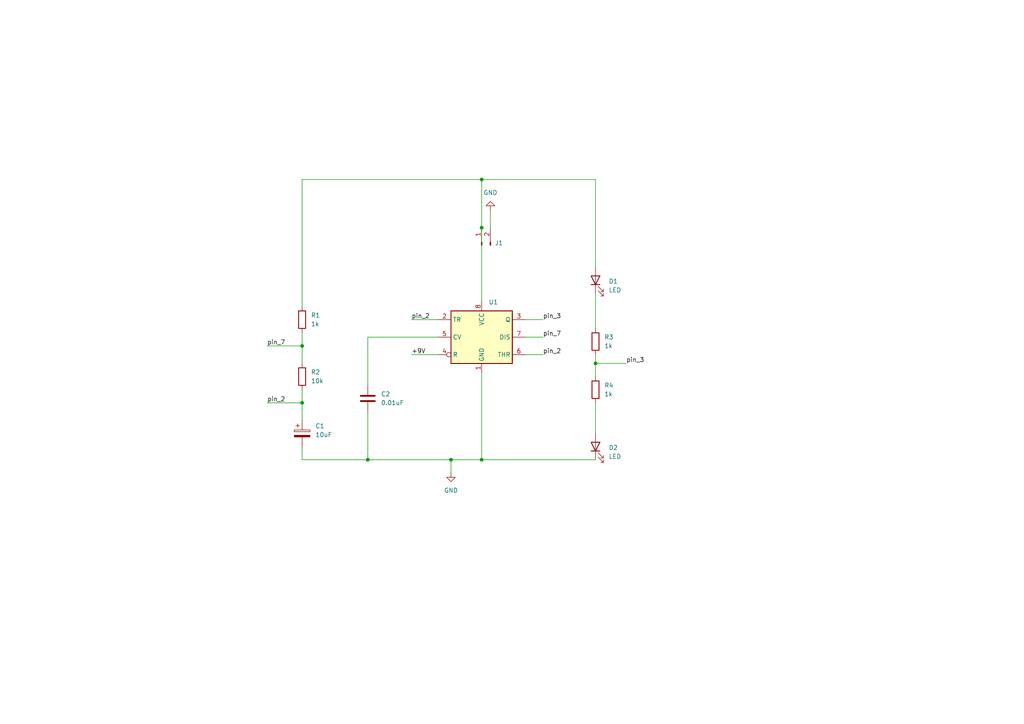
<source format=kicad_sch>
(kicad_sch (version 20211123) (generator eeschema)
  (paper "A4")
  (lib_symbols
    (symbol "Connector:Conn_01x02_Male" (pin_names (offset 1.016) hide)
      (property "Reference" "J" (at 0 2.54 0))
      (property "Value" "Conn_01x02_Male" (at 0 -5.08 0))
      (symbol "Conn_01x02_Male_1_1"
        (polyline (pts (xy 1.27 -2.54) (xy 0.8636 -2.54)) (stroke (width 0.1524)))
        (polyline (pts (xy 1.27 0) (xy 0.8636 0)) (stroke (width 0.1524)))
        (rectangle (start 0.8636 -2.413) (end 0 -2.667) (stroke (width 0.1524)) (fill (type outline)))
        (rectangle (start 0.8636 0.127) (end 0 -0.127) (stroke (width 0.1524)) (fill (type outline)))
        (pin passive line (at 5.08 0 180) (length 3.81) (name "Pin_1") (number "1"))
        (pin passive line (at 5.08 -2.54 180) (length 3.81) (name "Pin_2") (number "2"))
      )
    )
    (symbol "Device:C" (pin_numbers hide) (pin_names (offset 0.254))
      (property "Reference" "C" (at 0.635 2.54 0))
      (property "Value" "C" (at 0.635 -2.54 0))
      (symbol "C_0_1"
        (polyline (pts (xy -2.032 -0.762) (xy 2.032 -0.762)) (stroke (width 0.508)))
        (polyline (pts (xy -2.032 0.762) (xy 2.032 0.762)) (stroke (width 0.508)))
      )
      (symbol "C_1_1"
        (pin passive line (at 0 3.81 270) (length 2.794) (name "~") (number "1"))
        (pin passive line (at 0 -3.81 90) (length 2.794) (name "~") (number "2"))
      )
    )
    (symbol "Device:C_Polarized" (pin_numbers hide) (pin_names (offset 0.254))
      (property "Reference" "C" (at 0.635 2.54 0))
      (property "Value" "C_Polarized" (at 0.635 -2.54 0))
      (symbol "C_Polarized_0_1"
        (rectangle (start -2.286 0.508) (end 2.286 1.016))
        (polyline (pts (xy -1.778 2.286) (xy -0.762 2.286)))
        (polyline (pts (xy -1.27 2.794) (xy -1.27 1.778)))
        (rectangle (start 2.286 -0.508) (end -2.286 -1.016) (fill (type outline)))
      )
      (symbol "C_Polarized_1_1"
        (pin passive line (at 0 3.81 270) (length 2.794) (name "~") (number "1"))
        (pin passive line (at 0 -3.81 90) (length 2.794) (name "~") (number "2"))
      )
    )
    (symbol "Device:LED" (pin_numbers hide) (pin_names (offset 1.016) hide)
      (property "Reference" "D" (at 0 2.54 0))
      (property "Value" "LED" (at 0 -2.54 0))
      (symbol "LED_0_1"
        (polyline (pts (xy -1.27 -1.27) (xy -1.27 1.27)) (stroke (width 0.254)))
        (polyline (pts (xy -1.27 0) (xy 1.27 0)))
        (polyline (pts (xy 1.27 -1.27) (xy 1.27 1.27) (xy -1.27 0) (xy 1.27 -1.27)) (stroke (width 0.254)))
        (polyline (pts (xy -3.048 -0.762) (xy -4.572 -2.286) (xy -3.81 -2.286) (xy -4.572 -2.286) (xy -4.572 -1.524)))
        (polyline (pts (xy -1.778 -0.762) (xy -3.302 -2.286) (xy -2.54 -2.286) (xy -3.302 -2.286) (xy -3.302 -1.524)))
      )
      (symbol "LED_1_1"
        (pin passive line (at -3.81 0 0) (length 2.54) (name "K") (number "1"))
        (pin passive line (at 3.81 0 180) (length 2.54) (name "A") (number "2"))
      )
    )
    (symbol "Device:R" (pin_numbers hide) (pin_names (offset 0))
      (property "Reference" "R" (at 2.032 0 90))
      (property "Value" "R" (at 0 0 90))
      (symbol "R_0_1"
        (rectangle (start -1.016 -2.54) (end 1.016 2.54) (stroke (width 0.254)))
      )
      (symbol "R_1_1"
        (pin passive line (at 0 3.81 270) (length 1.27) (name "~") (number "1"))
        (pin passive line (at 0 -3.81 90) (length 1.27) (name "~") (number "2"))
      )
    )
    (symbol "Timer:NE555D"
      (property "Reference" "U" (at -10.16 8.89 0))
      (property "Value" "NE555D" (at 2.54 8.89 0))
      (symbol "NE555D_0_0"
        (pin power_in line (at 0 -10.16 90) (length 2.54) (name "GND") (number "1"))
        (pin power_in line (at 0 10.16 270) (length 2.54) (name "VCC") (number "8"))
      )
      (symbol "NE555D_0_1"
        (rectangle (start -8.89 -7.62) (end 8.89 7.62) (stroke (width 0.254)) (fill (type background)))
        (rectangle (start -8.89 -7.62) (end 8.89 7.62) (stroke (width 0.254)) (fill (type background)))
      )
      (symbol "NE555D_1_1"
        (pin input line (at -12.7 5.08 0) (length 3.81) (name "TR") (number "2"))
        (pin output line (at 12.7 5.08 180) (length 3.81) (name "Q") (number "3"))
        (pin input inverted (at -12.7 -5.08 0) (length 3.81) (name "R") (number "4"))
        (pin input line (at -12.7 0 0) (length 3.81) (name "CV") (number "5"))
        (pin input line (at 12.7 -5.08 180) (length 3.81) (name "THR") (number "6"))
        (pin input line (at 12.7 0 180) (length 3.81) (name "DIS") (number "7"))
      )
    )
    (symbol "power:GND" (power) (pin_names (offset 0))
      (property "Value" "GND" (at 0 -3.81 0))
      (symbol "GND_0_1"
        (polyline (pts (xy 0 0) (xy 0 -1.27) (xy 1.27 -1.27) (xy 0 -2.54) (xy -1.27 -1.27) (xy 0 -1.27)))
      )
      (symbol "GND_1_1"
        (pin power_in line (at 0 0 270) (length 0) hide (name "GND") (number "1"))
      )
    )
  )
  (junction (at 139.7 66.04))
  (junction (at 139.7 52.07))
  (junction (at 87.63 116.84))
  (junction (at 130.81 133.35))
  (junction (at 172.72 105.41))
  (junction (at 87.63 100.33))
  (junction (at 139.7 133.35))
  (junction (at 106.68 133.35))
  (wire (pts (xy 139.7 66.04) (xy 139.7 87.63)))
  (wire (pts (xy 119.38 102.87) (xy 127 102.87)))
  (wire (pts (xy 130.81 133.35) (xy 139.7 133.35)))
  (wire (pts (xy 87.63 113.03) (xy 87.63 116.84)))
  (wire (pts (xy 172.72 105.41) (xy 181.61 105.41)))
  (wire (pts (xy 139.7 133.35) (xy 172.72 133.35)))
  (wire (pts (xy 87.63 133.35) (xy 106.68 133.35)))
  (wire (pts (xy 172.72 116.84) (xy 172.72 125.73)))
  (wire (pts (xy 172.72 105.41) (xy 172.72 109.22)))
  (wire (pts (xy 172.72 52.07) (xy 172.72 77.47)))
  (wire (pts (xy 106.68 97.79) (xy 127 97.79)))
  (wire (pts (xy 152.4 102.87) (xy 157.48 102.87)))
  (wire (pts (xy 87.63 52.07) (xy 87.63 88.9)))
  (wire (pts (xy 87.63 116.84) (xy 87.63 121.92)))
  (wire (pts (xy 152.4 97.79) (xy 157.48 97.79)))
  (wire (pts (xy 172.72 85.09) (xy 172.72 95.25)))
  (wire (pts (xy 87.63 52.07) (xy 139.7 52.07)))
  (wire (pts (xy 87.63 100.33) (xy 87.63 105.41)))
  (wire (pts (xy 139.7 133.35) (xy 139.7 107.95)))
  (wire (pts (xy 139.7 52.07) (xy 139.7 66.04)))
  (wire (pts (xy 172.72 102.87) (xy 172.72 105.41)))
  (wire (pts (xy 87.63 129.54) (xy 87.63 133.35)))
  (wire (pts (xy 77.47 116.84) (xy 87.63 116.84)))
  (wire (pts (xy 142.24 60.96) (xy 142.24 66.04)))
  (wire (pts (xy 77.47 100.33) (xy 87.63 100.33)))
  (wire (pts (xy 130.81 133.35) (xy 106.68 133.35)))
  (wire (pts (xy 152.4 92.71) (xy 157.48 92.71)))
  (wire (pts (xy 119.38 92.71) (xy 127 92.71)))
  (wire (pts (xy 172.72 52.07) (xy 139.7 52.07)))
  (wire (pts (xy 106.68 133.35) (xy 106.68 119.38)))
  (wire (pts (xy 106.68 111.76) (xy 106.68 97.79)))
  (wire (pts (xy 87.63 96.52) (xy 87.63 100.33)))
  (wire (pts (xy 130.81 137.16) (xy 130.81 133.35)))
  (label "pin_3" (at 157.48 92.71 0))
  (label "+9V" (at 119.38 102.87 0))
  (label "pin_2" (at 157.48 102.87 0))
  (label "pin_2" (at 119.38 92.71 0))
  (label "pin_7" (at 157.48 97.79 0))
  (label "pin_7" (at 77.47 100.33 0))
  (label "pin_2" (at 77.47 116.84 0))
  (label "pin_3" (at 181.61 105.41 0))
  (symbol (lib_id "Device:R") (at 87.63 92.71 0) (unit 1)
    (property "Reference" "R1" (at 90.17 91.4399 0) (effects (justify left)))
    (property "Value" "1k" (at 90.17 93.9799 0) (effects (justify left)))
    (property "Footprint" "R_0805_2012Metric_Pad1.20x1.40mm_HandSolder" (effects hide))
  )
  (symbol (lib_id "Timer:NE555D") (at 139.7 97.79 0) (unit 1)
    (property "Reference" "U1" (at 141.7194 87.63 0) (effects (justify left)))
    (property "Value" "NE555D" (effects hide))
    (property "Footprint" "SOIC-8-1EP_3.9x4.9mm_P1.27mm_EP2.29x3mm" (effects hide))
    (property "Datasheet" "http://www.ti.com/lit/ds/symlink/ne555.pdf" (effects hide))
  )
  (symbol (lib_id "Device:LED") (at 172.72 81.28 90) (unit 1)
    (property "Reference" "D1" (at 176.53 81.5974 90) (effects (justify right)))
    (property "Value" "LED" (at 176.53 84.1374 90) (effects (justify right)))
    (property "Footprint" "LED_1206_3216Metric_Pad1.42x1.75mm_HandSolder" (effects hide))
  )
  (symbol (lib_id "Device:C") (at 106.68 115.57 0) (unit 1)
    (property "Reference" "C2" (at 110.49 114.2999 0) (effects (justify left)))
    (property "Value" "0.01uF" (at 110.49 116.8399 0) (effects (justify left)))
    (property "Footprint" "C_0805_2012Metric_Pad1.18x1.45mm_HandSolder" (effects hide))
  )
  (symbol (lib_id "Device:R") (at 172.72 113.03 0) (unit 1)
    (property "Reference" "R4" (at 175.26 111.7599 0) (effects (justify left)))
    (property "Value" "1k" (at 175.26 114.2999 0) (effects (justify left)))
    (property "Footprint" "R_0805_2012Metric_Pad1.20x1.40mm_HandSolder" (effects hide))
  )
  (symbol (lib_id "Device:C_Polarized") (at 87.63 125.73 0) (unit 1)
    (property "Reference" "C1" (at 91.44 123.5709 0) (effects (justify left)))
    (property "Value" "10uF" (at 91.44 126.1109 0) (effects (justify left)))
    (property "Footprint" "CP_EIA-3216-18_Kemet-A_Pad1.58x1.35mm_HandSolder" (effects hide))
  )
  (symbol (lib_id "Connector:Conn_01x02_Male") (at 139.7 71.12 90) (unit 1)
    (property "Reference" "J1" (at 143.51 70.4849 90) (effects (justify right)))
    (property "Value" "9V" (effects hide))
    (property "Footprint" "TerminalBlock_bornier-2_P5.08mm" (effects hide))
  )
  (symbol (lib_id "Device:R") (at 172.72 99.06 0) (unit 1)
    (property "Reference" "R3" (at 175.26 97.7899 0) (effects (justify left)))
    (property "Value" "1k" (at 175.26 100.3299 0) (effects (justify left)))
    (property "Footprint" "R_0805_2012Metric_Pad1.20x1.40mm_HandSolder" (effects hide))
  )
  (symbol (lib_id "power:GND") (at 142.24 60.96 180) (unit 1)
    (property "Reference" "#PWR0101" (effects hide))
    (property "Value" "GND" (at 142.24 55.88 0))
  )
  (symbol (lib_id "power:GND") (at 130.81 137.16 0) (unit 1)
    (property "Reference" "#PWR0102" (effects hide))
    (property "Value" "GND" (at 130.81 142.24 0))
  )
  (symbol (lib_id "Device:LED") (at 172.72 129.54 90) (unit 1)
    (property "Reference" "D2" (at 176.53 129.8574 90) (effects (justify right)))
    (property "Value" "LED" (at 176.53 132.3974 90) (effects (justify right)))
    (property "Footprint" "LED_1206_3216Metric_Pad1.42x1.75mm_HandSolder" (effects hide))
  )
  (symbol (lib_id "Device:R") (at 87.63 109.22 0) (unit 1)
    (property "Reference" "R2" (at 90.17 107.9499 0) (effects (justify left)))
    (property "Value" "10k" (at 90.17 110.4899 0) (effects (justify left)))
    (property "Footprint" "R_0805_2012Metric_Pad1.20x1.40mm_HandSolder" (effects hide))
  )
)
</source>
